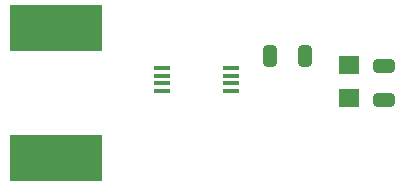
<source format=gtp>
%TF.GenerationSoftware,KiCad,Pcbnew,7.0.1*%
%TF.CreationDate,2023-08-29T01:03:56-07:00*%
%TF.ProjectId,Current Sense Standalone,43757272-656e-4742-9053-656e73652053,rev?*%
%TF.SameCoordinates,Original*%
%TF.FileFunction,Paste,Top*%
%TF.FilePolarity,Positive*%
%FSLAX46Y46*%
G04 Gerber Fmt 4.6, Leading zero omitted, Abs format (unit mm)*
G04 Created by KiCad (PCBNEW 7.0.1) date 2023-08-29 01:03:56*
%MOMM*%
%LPD*%
G01*
G04 APERTURE LIST*
G04 Aperture macros list*
%AMRoundRect*
0 Rectangle with rounded corners*
0 $1 Rounding radius*
0 $2 $3 $4 $5 $6 $7 $8 $9 X,Y pos of 4 corners*
0 Add a 4 corners polygon primitive as box body*
4,1,4,$2,$3,$4,$5,$6,$7,$8,$9,$2,$3,0*
0 Add four circle primitives for the rounded corners*
1,1,$1+$1,$2,$3*
1,1,$1+$1,$4,$5*
1,1,$1+$1,$6,$7*
1,1,$1+$1,$8,$9*
0 Add four rect primitives between the rounded corners*
20,1,$1+$1,$2,$3,$4,$5,0*
20,1,$1+$1,$4,$5,$6,$7,0*
20,1,$1+$1,$6,$7,$8,$9,0*
20,1,$1+$1,$8,$9,$2,$3,0*%
G04 Aperture macros list end*
%ADD10RoundRect,0.250000X-0.325000X-0.650000X0.325000X-0.650000X0.325000X0.650000X-0.325000X0.650000X0*%
%ADD11R,1.800000X1.600000*%
%ADD12R,7.800000X4.000000*%
%ADD13RoundRect,0.250000X-0.650000X0.325000X-0.650000X-0.325000X0.650000X-0.325000X0.650000X0.325000X0*%
%ADD14R,1.473200X0.355600*%
G04 APERTURE END LIST*
D10*
X47801000Y-24384000D03*
X50751000Y-24384000D03*
D11*
X54453375Y-25140000D03*
X54453375Y-27940000D03*
D12*
X29629273Y-33018011D03*
X29629273Y-22018011D03*
D13*
X57404000Y-25195000D03*
X57404000Y-28145000D03*
D14*
X38608000Y-25400000D03*
X38608000Y-26049998D03*
X38608000Y-26700000D03*
X38608000Y-27349998D03*
X44450000Y-27349998D03*
X44450000Y-26700000D03*
X44450000Y-26049998D03*
X44450000Y-25400000D03*
M02*

</source>
